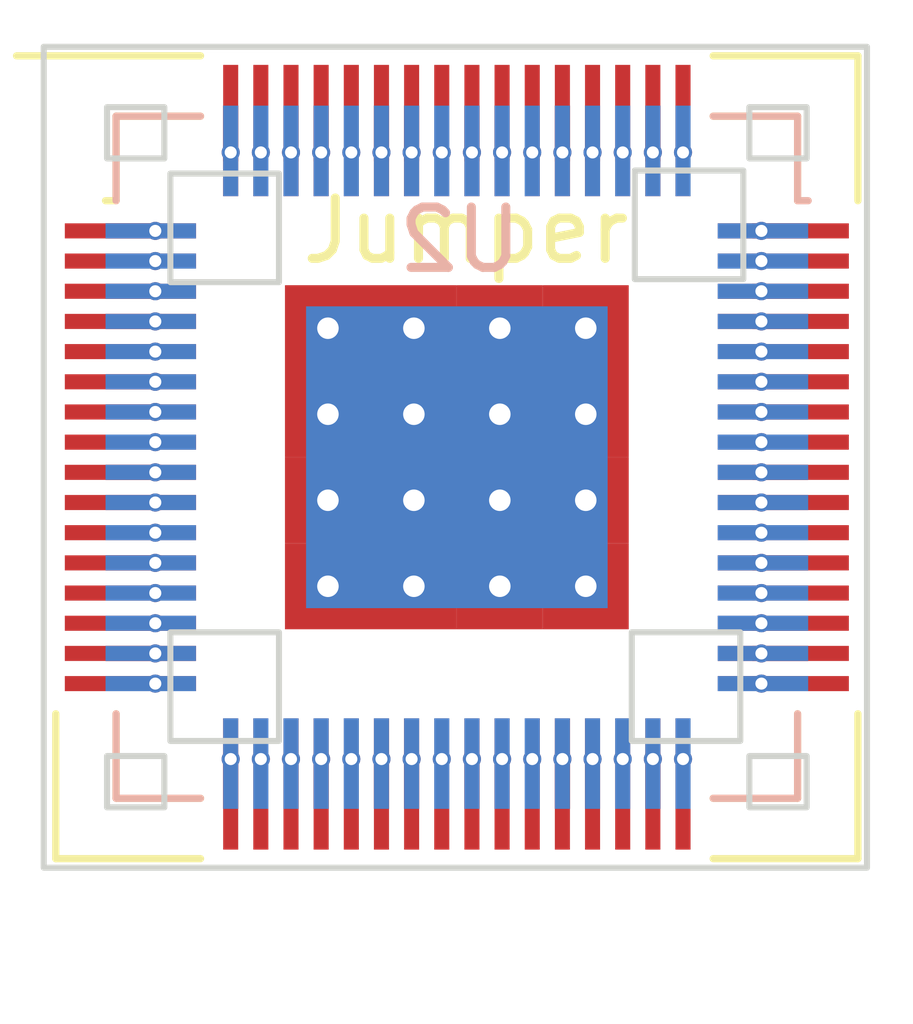
<source format=kicad_pcb>
(kicad_pcb (version 20221018) (generator pcbnew)
  (layers (0 "F.Cu" signal) (31 "B.Cu" signal) (34 "B.Paste" user) (35 "F.Paste" user) (36 "B.SilkS" user "B.Silkscreen") (37 "F.SilkS" user "F.Silkscreen") (38 "B.Mask" user) (39 "F.Mask" user) (44 "Edge.Cuts" user))
  (net 0 "")
  (footprint "clipboard:aa3185ee-0e55-4aa7-a417-5020a1ff9ee8" (layer "F.Cu") (at 149.5 86.1)
    (fp_text reference "" (at 0 0) (layer "F.SilkS") (effects (font (size 1.27 1.27))))
    (fp_text value "" (at 0 0) (layer "F.SilkS") (effects (font (size 1.27 1.27))))
    (fp_line (start -11.75 -11.75) (end -11.75 -10.35) (stroke (width 0.12)) (layer "F.SilkS"))
    (fp_line (start -11.75 -10.35) (end -11.925 -10.35) (stroke (width 0.12)) (layer "F.SilkS"))
    (fp_line (start -11.75 -0.45) (end -11.75 -1.85) (stroke (width 0.12)) (layer "F.SilkS"))
    (fp_line (start -10.35 -11.75) (end -11.75 -11.75) (stroke (width 0.12)) (layer "F.SilkS"))
    (fp_line (start -10.35 -0.45) (end -11.75 -0.45) (stroke (width 0.12)) (layer "F.SilkS"))
    (fp_line (start -1.85 -11.75) (end -0.45 -11.75) (stroke (width 0.12)) (layer "F.SilkS"))
    (fp_line (start -1.85 -0.45) (end -0.45 -0.45) (stroke (width 0.12)) (layer "F.SilkS"))
    (fp_line (start -0.45 -11.75) (end -0.45 -10.35) (stroke (width 0.12)) (layer "F.SilkS"))
    (fp_line (start -0.45 -0.45) (end -0.45 -1.85) (stroke (width 0.12)) (layer "F.SilkS"))
    (pad "1" smd rect (at -11.175 -9.85 90) (size 0.25 1.5) (layers "F.Cu" "F.Paste" "F.Mask"))
    (pad "2" smd rect (at -11.175 -9.35 90) (size 0.25 1.5) (layers "F.Cu" "F.Paste" "F.Mask"))
    (pad "3" smd rect (at -11.175 -8.85 90) (size 0.25 1.5) (layers "F.Cu" "F.Paste" "F.Mask"))
    (pad "4" smd rect (at -11.175 -8.35 90) (size 0.25 1.5) (layers "F.Cu" "F.Paste" "F.Mask"))
    (pad "5" smd rect (at -11.175 -7.85 90) (size 0.25 1.5) (layers "F.Cu" "F.Paste" "F.Mask"))
    (pad "6" smd rect (at -11.175 -7.35 90) (size 0.25 1.5) (layers "F.Cu" "F.Paste" "F.Mask"))
    (pad "7" smd rect (at -11.175 -6.85 90) (size 0.25 1.5) (layers "F.Cu" "F.Paste" "F.Mask"))
    (pad "8" smd rect (at -11.175 -6.35 90) (size 0.25 1.5) (layers "F.Cu" "F.Paste" "F.Mask"))
    (pad "9" smd rect (at -11.175 -5.85 90) (size 0.25 1.5) (layers "F.Cu" "F.Paste" "F.Mask"))
    (pad "10" smd rect (at -11.175 -5.35 90) (size 0.25 1.5) (layers "F.Cu" "F.Paste" "F.Mask"))
    (pad "11" smd rect (at -11.175 -4.85 90) (size 0.25 1.5) (layers "F.Cu" "F.Paste" "F.Mask"))
    (pad "12" smd rect (at -11.175 -4.35 90) (size 0.25 1.5) (layers "F.Cu" "F.Paste" "F.Mask"))
    (pad "13" smd rect (at -11.175 -3.85 90) (size 0.25 1.5) (layers "F.Cu" "F.Paste" "F.Mask"))
    (pad "14" smd rect (at -11.175 -3.35 90) (size 0.25 1.5) (layers "F.Cu" "F.Paste" "F.Mask"))
    (pad "15" smd rect (at -11.175 -2.85 90) (size 0.25 1.5) (layers "F.Cu" "F.Paste" "F.Mask"))
    (pad "16" smd rect (at -11.175 -2.35 90) (size 0.25 1.5) (layers "F.Cu" "F.Paste" "F.Mask"))
    (pad "17" smd rect (at -9.85 -1.025) (size 0.25 1.5) (layers "F.Cu" "F.Paste" "F.Mask"))
    (pad "18" smd rect (at -9.35 -1.025) (size 0.25 1.5) (layers "F.Cu" "F.Paste" "F.Mask"))
    (pad "19" smd rect (at -8.85 -1.025) (size 0.25 1.5) (layers "F.Cu" "F.Paste" "F.Mask"))
    (pad "20" smd rect (at -8.35 -1.025) (size 0.25 1.5) (layers "F.Cu" "F.Paste" "F.Mask"))
    (pad "21" smd rect (at -7.85 -1.025) (size 0.25 1.5) (layers "F.Cu" "F.Paste" "F.Mask"))
    (pad "22" smd rect (at -7.35 -1.025) (size 0.25 1.5) (layers "F.Cu" "F.Paste" "F.Mask"))
    (pad "23" smd rect (at -6.85 -1.025) (size 0.25 1.5) (layers "F.Cu" "F.Paste" "F.Mask"))
    (pad "24" smd rect (at -6.35 -1.025) (size 0.25 1.5) (layers "F.Cu" "F.Paste" "F.Mask"))
    (pad "25" smd rect (at -5.85 -1.025) (size 0.25 1.5) (layers "F.Cu" "F.Paste" "F.Mask"))
    (pad "26" smd rect (at -5.35 -1.025) (size 0.25 1.5) (layers "F.Cu" "F.Paste" "F.Mask"))
    (pad "27" smd rect (at -4.85 -1.025) (size 0.25 1.5) (layers "F.Cu" "F.Paste" "F.Mask"))
    (pad "28" smd rect (at -4.35 -1.025) (size 0.25 1.5) (layers "F.Cu" "F.Paste" "F.Mask"))
    (pad "29" smd rect (at -3.85 -1.025) (size 0.25 1.5) (layers "F.Cu" "F.Paste" "F.Mask"))
    (pad "30" smd rect (at -3.35 -1.025) (size 0.25 1.5) (layers "F.Cu" "F.Paste" "F.Mask"))
    (pad "31" smd rect (at -2.85 -1.025) (size 0.25 1.5) (layers "F.Cu" "F.Paste" "F.Mask"))
    (pad "32" smd rect (at -2.35 -1.025) (size 0.25 1.5) (layers "F.Cu" "F.Paste" "F.Mask"))
    (pad "33" smd rect (at -1.025 -2.35 90) (size 0.25 1.5) (layers "F.Cu" "F.Paste" "F.Mask"))
    (pad "34" smd rect (at -1.025 -2.85 90) (size 0.25 1.5) (layers "F.Cu" "F.Paste" "F.Mask"))
    (pad "35" smd rect (at -1.025 -3.35 90) (size 0.25 1.5) (layers "F.Cu" "F.Paste" "F.Mask"))
    (pad "36" smd rect (at -1.025 -3.85 90) (size 0.25 1.5) (layers "F.Cu" "F.Paste" "F.Mask"))
    (pad "37" smd rect (at -1.025 -4.35 90) (size 0.25 1.5) (layers "F.Cu" "F.Paste" "F.Mask"))
    (pad "38" smd rect (at -1.025 -4.85 90) (size 0.25 1.5) (layers "F.Cu" "F.Paste" "F.Mask"))
    (pad "39" smd rect (at -1.025 -5.35 90) (size 0.25 1.5) (layers "F.Cu" "F.Paste" "F.Mask"))
    (pad "40" smd rect (at -1.025 -5.85 90) (size 0.25 1.5) (layers "F.Cu" "F.Paste" "F.Mask"))
    (pad "41" smd rect (at -1.025 -6.35 90) (size 0.25 1.5) (layers "F.Cu" "F.Paste" "F.Mask"))
    (pad "42" smd rect (at -1.025 -6.85 90) (size 0.25 1.5) (layers "F.Cu" "F.Paste" "F.Mask"))
    (pad "43" smd rect (at -1.025 -7.35 90) (size 0.25 1.5) (layers "F.Cu" "F.Paste" "F.Mask"))
    (pad "44" smd rect (at -1.025 -7.85 90) (size 0.25 1.5) (layers "F.Cu" "F.Paste" "F.Mask"))
    (pad "45" smd rect (at -1.025 -8.35 90) (size 0.25 1.5) (layers "F.Cu" "F.Paste" "F.Mask"))
    (pad "46" smd rect (at -1.025 -8.85 90) (size 0.25 1.5) (layers "F.Cu" "F.Paste" "F.Mask"))
    (pad "47" smd rect (at -1.025 -9.35 90) (size 0.25 1.5) (layers "F.Cu" "F.Paste" "F.Mask"))
    (pad "48" smd rect (at -1.025 -9.85 90) (size 0.25 1.5) (layers "F.Cu" "F.Paste" "F.Mask"))
    (pad "49" smd rect (at -2.35 -11.175) (size 0.25 1.5) (layers "F.Cu" "F.Paste" "F.Mask"))
    (pad "50" smd rect (at -2.85 -11.175) (size 0.25 1.5) (layers "F.Cu" "F.Paste" "F.Mask"))
    (pad "51" smd rect (at -3.35 -11.175) (size 0.25 1.5) (layers "F.Cu" "F.Paste" "F.Mask"))
    (pad "52" smd rect (at -3.85 -11.175) (size 0.25 1.5) (layers "F.Cu" "F.Paste" "F.Mask"))
    (pad "53" smd rect (at -4.35 -11.175) (size 0.25 1.5) (layers "F.Cu" "F.Paste" "F.Mask"))
    (pad "54" smd rect (at -4.85 -11.175) (size 0.25 1.5) (layers "F.Cu" "F.Paste" "F.Mask"))
    (pad "55" smd rect (at -5.35 -11.175) (size 0.25 1.5) (layers "F.Cu" "F.Paste" "F.Mask"))
    (pad "56" smd rect (at -5.85 -11.175) (size 0.25 1.5) (layers "F.Cu" "F.Paste" "F.Mask"))
    (pad "57" smd rect (at -6.35 -11.175) (size 0.25 1.5) (layers "F.Cu" "F.Paste" "F.Mask"))
    (pad "58" smd rect (at -6.85 -11.175) (size 0.25 1.5) (layers "F.Cu" "F.Paste" "F.Mask"))
    (pad "59" smd rect (at -7.35 -11.175) (size 0.25 1.5) (layers "F.Cu" "F.Paste" "F.Mask"))
    (pad "60" smd rect (at -7.85 -11.175) (size 0.25 1.5) (layers "F.Cu" "F.Paste" "F.Mask"))
    (pad "61" smd rect (at -8.35 -11.175) (size 0.25 1.5) (layers "F.Cu" "F.Paste" "F.Mask"))
    (pad "62" smd rect (at -8.85 -11.175) (size 0.25 1.5) (layers "F.Cu" "F.Paste" "F.Mask"))
    (pad "63" smd rect (at -9.35 -11.175) (size 0.25 1.5) (layers "F.Cu" "F.Paste" "F.Mask"))
    (pad "64" smd rect (at -9.85 -11.175) (size 0.25 1.5) (layers "F.Cu" "F.Paste" "F.Mask"))
    (pad "65" smd rect (at -6.1 -6.1) (size 5 5) (layers "F.Cu" "F.Paste" "F.Mask"))
  )
  (footprint "AERO_Footprints:LTC6812" (layer "F.Cu") (at 143.4 80)
    (fp_text reference "Jumper" (at 0.15 -3.75) (layer "F.SilkS"))
    (fp_text value "LTC6812")
    (fp_line (start -6.65 6.65) (end -6.65 4.25) (stroke (width 0.12)) (layer "F.SilkS"))
    (fp_line (start -4.25 -6.65) (end -7.3 -6.65) (stroke (width 0.12)) (layer "F.SilkS"))
    (fp_line (start -4.25 6.65) (end -6.65 6.65) (stroke (width 0.12)) (layer "F.SilkS"))
    (fp_line (start 4.25 -6.65) (end 6.65 -6.65) (stroke (width 0.12)) (layer "F.SilkS"))
    (fp_line (start 4.25 6.65) (end 6.65 6.65) (stroke (width 0.12)) (layer "F.SilkS"))
    (fp_line (start 6.65 -6.65) (end 6.65 -4.25) (stroke (width 0.12)) (layer "F.SilkS"))
    (fp_line (start 6.65 6.65) (end 6.65 4.25) (stroke (width 0.12)) (layer "F.SilkS"))
    (pad "1" smd rect (at -5.7 -3.75 90) (size 0.25 1.6) (layers "F.Cu" "F.Paste" "F.Mask"))
    (pad "2" smd rect (at -5.7 -3.25 90) (size 0.25 1.6) (layers "F.Cu" "F.Paste" "F.Mask"))
    (pad "3" smd rect (at -5.7 -2.75 90) (size 0.25 1.6) (layers "F.Cu" "F.Paste" "F.Mask"))
    (pad "4" smd rect (at -5.7 -2.25 90) (size 0.25 1.6) (layers "F.Cu" "F.Paste" "F.Mask"))
    (pad "5" smd rect (at -5.7 -1.75 90) (size 0.25 1.6) (layers "F.Cu" "F.Paste" "F.Mask"))
    (pad "6" smd rect (at -5.7 -1.25 90) (size 0.25 1.6) (layers "F.Cu" "F.Paste" "F.Mask"))
    (pad "7" smd rect (at -5.7 -0.75 90) (size 0.25 1.6) (layers "F.Cu" "F.Paste" "F.Mask"))
    (pad "8" smd rect (at -5.7 -0.25 90) (size 0.25 1.6) (layers "F.Cu" "F.Paste" "F.Mask"))
    (pad "9" smd rect (at -5.7 0.25 90) (size 0.25 1.6) (layers "F.Cu" "F.Paste" "F.Mask"))
    (pad "10" smd rect (at -5.7 0.75 90) (size 0.25 1.6) (layers "F.Cu" "F.Paste" "F.Mask"))
    (pad "11" smd rect (at -5.7 1.25 90) (size 0.25 1.6) (layers "F.Cu" "F.Paste" "F.Mask"))
    (pad "12" smd rect (at -5.7 1.75 90) (size 0.25 1.6) (layers "F.Cu" "F.Paste" "F.Mask"))
    (pad "13" smd rect (at -5.7 2.25 90) (size 0.25 1.6) (layers "F.Cu" "F.Paste" "F.Mask"))
    (pad "14" smd rect (at -5.7 2.75 90) (size 0.25 1.6) (layers "F.Cu" "F.Paste" "F.Mask"))
    (pad "15" smd rect (at -5.7 3.25 90) (size 0.25 1.6) (layers "F.Cu" "F.Paste" "F.Mask"))
    (pad "16" smd rect (at -5.7 3.75 90) (size 0.25 1.6) (layers "F.Cu" "F.Paste" "F.Mask"))
    (pad "17" smd rect (at -3.75 5.7) (size 0.25 1.6) (layers "F.Cu" "F.Paste" "F.Mask"))
    (pad "18" smd rect (at -3.25 5.7) (size 0.25 1.6) (layers "F.Cu" "F.Paste" "F.Mask"))
    (pad "19" smd rect (at -2.75 5.7) (size 0.25 1.6) (layers "F.Cu" "F.Paste" "F.Mask"))
    (pad "20" smd rect (at -2.25 5.7) (size 0.25 1.6) (layers "F.Cu" "F.Paste" "F.Mask"))
    (pad "21" smd rect (at -1.75 5.7) (size 0.25 1.6) (layers "F.Cu" "F.Paste" "F.Mask"))
    (pad "22" smd rect (at -1.25 5.7) (size 0.25 1.6) (layers "F.Cu" "F.Paste" "F.Mask"))
    (pad "23" smd rect (at -0.75 5.7) (size 0.25 1.6) (layers "F.Cu" "F.Paste" "F.Mask"))
    (pad "24" smd rect (at -0.25 5.7) (size 0.25 1.6) (layers "F.Cu" "F.Paste" "F.Mask"))
    (pad "25" smd rect (at 0.25 5.7) (size 0.25 1.6) (layers "F.Cu" "F.Paste" "F.Mask"))
    (pad "26" smd rect (at 0.75 5.7) (size 0.25 1.6) (layers "F.Cu" "F.Paste" "F.Mask"))
    (pad "27" smd rect (at 1.25 5.7) (size 0.25 1.6) (layers "F.Cu" "F.Paste" "F.Mask"))
    (pad "28" smd rect (at 1.75 5.7) (size 0.25 1.6) (layers "F.Cu" "F.Paste" "F.Mask"))
    (pad "29" smd rect (at 2.25 5.7) (size 0.25 1.6) (layers "F.Cu" "F.Paste" "F.Mask"))
    (pad "30" smd rect (at 2.75 5.7) (size 0.25 1.6) (layers "F.Cu" "F.Paste" "F.Mask"))
    (pad "31" smd rect (at 3.25 5.7) (size 0.25 1.6) (layers "F.Cu" "F.Paste" "F.Mask"))
    (pad "32" smd rect (at 3.75 5.7) (size 0.25 1.6) (layers "F.Cu" "F.Paste" "F.Mask"))
    (pad "33" smd rect (at 5.7 3.75 90) (size 0.25 1.6) (layers "F.Cu" "F.Paste" "F.Mask"))
    (pad "34" smd rect (at 5.7 3.25 90) (size 0.25 1.6) (layers "F.Cu" "F.Paste" "F.Mask"))
    (pad "35" smd rect (at 5.7 2.75 90) (size 0.25 1.6) (layers "F.Cu" "F.Paste" "F.Mask"))
    (pad "36" smd rect (at 5.7 2.25 90) (size 0.25 1.6) (layers "F.Cu" "F.Paste" "F.Mask"))
    (pad "37" smd rect (at 5.7 1.75 90) (size 0.25 1.6) (layers "F.Cu" "F.Paste" "F.Mask"))
    (pad "38" smd rect (at 5.7 1.25 90) (size 0.25 1.6) (layers "F.Cu" "F.Paste" "F.Mask"))
    (pad "39" smd rect (at 5.7 0.75 90) (size 0.25 1.6) (layers "F.Cu" "F.Paste" "F.Mask"))
    (pad "40" smd rect (at 5.7 0.25 90) (size 0.25 1.6) (layers "F.Cu" "F.Paste" "F.Mask"))
    (pad "41" smd rect (at 5.7 -0.25 90) (size 0.25 1.6) (layers "F.Cu" "F.Paste" "F.Mask"))
    (pad "42" smd rect (at 5.7 -0.75 90) (size 0.25 1.6) (layers "F.Cu" "F.Paste" "F.Mask"))
    (pad "43" smd rect (at 5.7 -1.25 90) (size 0.25 1.6) (layers "F.Cu" "F.Paste" "F.Mask"))
    (pad "44" smd rect (at 5.7 -1.75 90) (size 0.25 1.6) (layers "F.Cu" "F.Paste" "F.Mask"))
    (pad "45" smd rect (at 5.7 -2.25 90) (size 0.25 1.6) (layers "F.Cu" "F.Paste" "F.Mask"))
    (pad "46" smd rect (at 5.7 -2.75 90) (size 0.25 1.6) (layers "F.Cu" "F.Paste" "F.Mask"))
    (pad "47" smd rect (at 5.7 -3.25 90) (size 0.25 1.6) (layers "F.Cu" "F.Paste" "F.Mask"))
    (pad "48" smd rect (at 5.7 -3.75 90) (size 0.25 1.6) (layers "F.Cu" "F.Paste" "F.Mask"))
    (pad "49" smd rect (at 3.75 -5.7) (size 0.25 1.6) (layers "F.Cu" "F.Paste" "F.Mask"))
    (pad "50" smd rect (at 3.25 -5.7) (size 0.25 1.6) (layers "F.Cu" "F.Paste" "F.Mask"))
    (pad "51" smd rect (at 2.75 -5.7) (size 0.25 1.6) (layers "F.Cu" "F.Paste" "F.Mask"))
    (pad "52" smd rect (at 2.25 -5.7) (size 0.25 1.6) (layers "F.Cu" "F.Paste" "F.Mask"))
    (pad "53" smd rect (at 1.75 -5.7) (size 0.25 1.6) (layers "F.Cu" "F.Paste" "F.Mask"))
    (pad "54" smd rect (at 1.25 -5.7) (size 0.25 1.6) (layers "F.Cu" "F.Paste" "F.Mask"))
    (pad "55" smd rect (at 0.75 -5.7) (size 0.25 1.6) (layers "F.Cu" "F.Paste" "F.Mask"))
    (pad "56" smd rect (at 0.25 -5.7) (size 0.25 1.6) (layers "F.Cu" "F.Paste" "F.Mask"))
    (pad "57" smd rect (at -0.25 -5.7) (size 0.25 1.6) (layers "F.Cu" "F.Paste" "F.Mask"))
    (pad "58" smd rect (at -0.75 -5.7) (size 0.25 1.6) (layers "F.Cu" "F.Paste" "F.Mask"))
    (pad "59" smd rect (at -1.25 -5.7) (size 0.25 1.6) (layers "F.Cu" "F.Paste" "F.Mask"))
    (pad "60" smd rect (at -1.75 -5.7) (size 0.25 1.6) (layers "F.Cu" "F.Paste" "F.Mask"))
    (pad "61" smd rect (at -2.25 -5.7) (size 0.25 1.6) (layers "F.Cu" "F.Paste" "F.Mask"))
    (pad "62" smd rect (at -2.75 -5.7) (size 0.25 1.6) (layers "F.Cu" "F.Paste" "F.Mask"))
    (pad "63" smd rect (at -3.25 -5.7) (size 0.25 1.6) (layers "F.Cu" "F.Paste" "F.Mask"))
    (pad "64" smd rect (at -3.75 -5.7) (size 0.25 1.6) (layers "F.Cu" "F.Paste" "F.Mask"))
    (pad "65" thru_hole circle (at -2.1375 -2.1375) (size 0.7125 0.7125) (drill 0.35625) (layers "*.Cu" "*.Mask"))
    (pad "65" smd rect (at -2.1375 -2.1375) (size 1.425 1.425) (layers "F.Cu" "F.Paste" "F.Mask"))
    (pad "65" thru_hole circle (at -2.1375 -0.7125) (size 0.7125 0.7125) (drill 0.35625) (layers "*.Cu" "*.Mask"))
    (pad "65" smd rect (at -2.1375 -0.7125) (size 1.425 1.425) (layers "F.Cu" "F.Paste" "F.Mask"))
    (pad "65" thru_hole circle (at -2.1375 0.7125) (size 0.7125 0.7125) (drill 0.35625) (layers "*.Cu" "*.Mask"))
    (pad "65" smd rect (at -2.1375 0.7125) (size 1.425 1.425) (layers "F.Cu" "F.Paste" "F.Mask"))
    (pad "65" thru_hole circle (at -2.1375 2.1375) (size 0.7125 0.7125) (drill 0.35625) (layers "*.Cu" "*.Mask"))
    (pad "65" smd rect (at -2.1375 2.1375) (size 1.425 1.425) (layers "F.Cu" "F.Paste" "F.Mask"))
    (pad "65" thru_hole circle (at -0.7125 -2.1375) (size 0.7125 0.7125) (drill 0.35625) (layers "*.Cu" "*.Mask"))
    (pad "65" smd rect (at -0.7125 -2.1375) (size 1.425 1.425) (layers "F.Cu" "F.Paste" "F.Mask"))
    (pad "65" thru_hole circle (at -0.7125 -0.7125) (size 0.7125 0.7125) (drill 0.35625) (layers "*.Cu" "*.Mask"))
    (pad "65" smd rect (at -0.7125 -0.7125) (size 1.425 1.425) (layers "F.Cu" "F.Paste" "F.Mask"))
    (pad "65" thru_hole circle (at -0.7125 0.7125) (size 0.7125 0.7125) (drill 0.35625) (layers "*.Cu" "*.Mask"))
    (pad "65" smd rect (at -0.7125 0.7125) (size 1.425 1.425) (layers "F.Cu" "F.Paste" "F.Mask"))
    (pad "65" thru_hole circle (at -0.7125 2.1375) (size 0.7125 0.7125) (drill 0.35625) (layers "*.Cu" "*.Mask"))
    (pad "65" smd rect (at -0.7125 2.1375) (size 1.425 1.425) (layers "F.Cu" "F.Paste" "F.Mask"))
    (pad "65" thru_hole circle (at 0.7125 -2.1375) (size 0.7125 0.7125) (drill 0.35625) (layers "*.Cu" "*.Mask"))
    (pad "65" smd rect (at 0.7125 -2.1375) (size 1.425 1.425) (layers "F.Cu" "F.Paste" "F.Mask"))
    (pad "65" thru_hole circle (at 0.7125 -0.7125) (size 0.7125 0.7125) (drill 0.35625) (layers "*.Cu" "*.Mask"))
    (pad "65" smd rect (at 0.7125 -0.7125) (size 1.425 1.425) (layers "F.Cu" "F.Paste" "F.Mask"))
    (pad "65" thru_hole circle (at 0.7125 0.7125) (size 0.7125 0.7125) (drill 0.35625) (layers "*.Cu" "*.Mask"))
    (pad "65" smd rect (at 0.7125 0.7125) (size 1.425 1.425) (layers "F.Cu" "F.Paste" "F.Mask"))
    (pad "65" thru_hole circle (at 0.7125 2.1375) (size 0.7125 0.7125) (drill 0.35625) (layers "*.Cu" "*.Mask"))
    (pad "65" smd rect (at 0.7125 2.1375) (size 1.425 1.425) (layers "F.Cu" "F.Paste" "F.Mask"))
    (pad "65" thru_hole circle (at 2.1375 -2.1375) (size 0.7125 0.7125) (drill 0.35625) (layers "*.Cu" "*.Mask"))
    (pad "65" smd rect (at 2.1375 -2.1375) (size 1.425 1.425) (layers "F.Cu" "F.Paste" "F.Mask"))
    (pad "65" thru_hole circle (at 2.1375 -0.7125) (size 0.7125 0.7125) (drill 0.35625) (layers "*.Cu" "*.Mask"))
    (pad "65" smd rect (at 2.1375 -0.7125) (size 1.425 1.425) (layers "F.Cu" "F.Paste" "F.Mask"))
    (pad "65" thru_hole circle (at 2.1375 0.7125) (size 0.7125 0.7125) (drill 0.35625) (layers "*.Cu" "*.Mask"))
    (pad "65" smd rect (at 2.1375 0.7125) (size 1.425 1.425) (layers "F.Cu" "F.Paste" "F.Mask"))
    (pad "65" thru_hole circle (at 2.1375 2.1375) (size 0.7125 0.7125) (drill 0.35625) (layers "*.Cu" "*.Mask"))
    (pad "65" smd rect (at 2.1375 2.1375) (size 1.425 1.425) (layers "F.Cu" "F.Paste" "F.Mask"))
  )
  (footprint "AERO_Footprints:QFP-64_11x11_Pitch0.5mm" (layer "B.Cu") (at 143.4 80 180)
    (fp_text reference "U2" (at -0.05 3.6) (layer "B.SilkS") (effects (justify mirror)))
    (fp_text value "LTC6812-1")
    (fp_line (start -5.65 -5.65) (end -5.65 -4.25) (stroke (width 0.12)) (layer "B.SilkS"))
    (fp_line (start -5.65 4.25) (end -5.825 4.25) (stroke (width 0.12)) (layer "B.SilkS"))
    (fp_line (start -5.65 5.65) (end -5.65 4.25) (stroke (width 0.12)) (layer "B.SilkS"))
    (fp_line (start -4.25 -5.65) (end -5.65 -5.65) (stroke (width 0.12)) (layer "B.SilkS"))
    (fp_line (start -4.25 5.65) (end -5.65 5.65) (stroke (width 0.12)) (layer "B.SilkS"))
    (fp_line (start 4.25 -5.65) (end 5.65 -5.65) (stroke (width 0.12)) (layer "B.SilkS"))
    (fp_line (start 4.25 5.65) (end 5.65 5.65) (stroke (width 0.12)) (layer "B.SilkS"))
    (fp_line (start 5.65 -5.65) (end 5.65 -4.25) (stroke (width 0.12)) (layer "B.SilkS"))
    (fp_line (start 5.65 5.65) (end 5.65 4.25) (stroke (width 0.12)) (layer "B.SilkS"))
    (pad "1" smd rect (at -5.075 3.75 90) (size 0.25 1.5) (layers "B.Cu" "B.Paste" "B.Mask"))
    (pad "2" smd rect (at -5.075 3.25 90) (size 0.25 1.5) (layers "B.Cu" "B.Paste" "B.Mask"))
    (pad "3" smd rect (at -5.075 2.75 90) (size 0.25 1.5) (layers "B.Cu" "B.Paste" "B.Mask"))
    (pad "4" smd rect (at -5.075 2.25 90) (size 0.25 1.5) (layers "B.Cu" "B.Paste" "B.Mask"))
    (pad "5" smd rect (at -5.075 1.75 90) (size 0.25 1.5) (layers "B.Cu" "B.Paste" "B.Mask"))
    (pad "6" smd rect (at -5.075 1.25 90) (size 0.25 1.5) (layers "B.Cu" "B.Paste" "B.Mask"))
    (pad "7" smd rect (at -5.075 0.75 90) (size 0.25 1.5) (layers "B.Cu" "B.Paste" "B.Mask"))
    (pad "8" smd rect (at -5.075 0.25 90) (size 0.25 1.5) (layers "B.Cu" "B.Paste" "B.Mask"))
    (pad "9" smd rect (at -5.075 -0.25 90) (size 0.25 1.5) (layers "B.Cu" "B.Paste" "B.Mask"))
    (pad "10" smd rect (at -5.075 -0.75 90) (size 0.25 1.5) (layers "B.Cu" "B.Paste" "B.Mask"))
    (pad "11" smd rect (at -5.075 -1.25 90) (size 0.25 1.5) (layers "B.Cu" "B.Paste" "B.Mask"))
    (pad "12" smd rect (at -5.075 -1.75 90) (size 0.25 1.5) (layers "B.Cu" "B.Paste" "B.Mask"))
    (pad "13" smd rect (at -5.075 -2.25 90) (size 0.25 1.5) (layers "B.Cu" "B.Paste" "B.Mask"))
    (pad "14" smd rect (at -5.075 -2.75 90) (size 0.25 1.5) (layers "B.Cu" "B.Paste" "B.Mask"))
    (pad "15" smd rect (at -5.075 -3.25 90) (size 0.25 1.5) (layers "B.Cu" "B.Paste" "B.Mask"))
    (pad "16" smd rect (at -5.075 -3.75 90) (size 0.25 1.5) (layers "B.Cu" "B.Paste" "B.Mask"))
    (pad "17" smd rect (at -3.75 -5.075 180) (size 0.25 1.5) (layers "B.Cu" "B.Paste" "B.Mask"))
    (pad "18" smd rect (at -3.25 -5.075 180) (size 0.25 1.5) (layers "B.Cu" "B.Paste" "B.Mask"))
    (pad "19" smd rect (at -2.75 -5.075 180) (size 0.25 1.5) (layers "B.Cu" "B.Paste" "B.Mask"))
    (pad "20" smd rect (at -2.25 -5.075 180) (size 0.25 1.5) (layers "B.Cu" "B.Paste" "B.Mask"))
    (pad "21" smd rect (at -1.75 -5.075 180) (size 0.25 1.5) (layers "B.Cu" "B.Paste" "B.Mask"))
    (pad "22" smd rect (at -1.25 -5.075 180) (size 0.25 1.5) (layers "B.Cu" "B.Paste" "B.Mask"))
    (pad "23" smd rect (at -0.75 -5.075 180) (size 0.25 1.5) (layers "B.Cu" "B.Paste" "B.Mask"))
    (pad "24" smd rect (at -0.25 -5.075 180) (size 0.25 1.5) (layers "B.Cu" "B.Paste" "B.Mask"))
    (pad "25" smd rect (at 0.25 -5.075 180) (size 0.25 1.5) (layers "B.Cu" "B.Paste" "B.Mask"))
    (pad "26" smd rect (at 0.75 -5.075 180) (size 0.25 1.5) (layers "B.Cu" "B.Paste" "B.Mask"))
    (pad "27" smd rect (at 1.25 -5.075 180) (size 0.25 1.5) (layers "B.Cu" "B.Paste" "B.Mask"))
    (pad "28" smd rect (at 1.75 -5.075 180) (size 0.25 1.5) (layers "B.Cu" "B.Paste" "B.Mask"))
    (pad "29" smd rect (at 2.25 -5.075 180) (size 0.25 1.5) (layers "B.Cu" "B.Paste" "B.Mask"))
    (pad "30" smd rect (at 2.75 -5.075 180) (size 0.25 1.5) (layers "B.Cu" "B.Paste" "B.Mask"))
    (pad "31" smd rect (at 3.25 -5.075 180) (size 0.25 1.5) (layers "B.Cu" "B.Paste" "B.Mask"))
    (pad "32" smd rect (at 3.75 -5.075 180) (size 0.25 1.5) (layers "B.Cu" "B.Paste" "B.Mask"))
    (pad "33" smd rect (at 5.075 -3.75 90) (size 0.25 1.5) (layers "B.Cu" "B.Paste" "B.Mask"))
    (pad "34" smd rect (at 5.075 -3.25 90) (size 0.25 1.5) (layers "B.Cu" "B.Paste" "B.Mask"))
    (pad "35" smd rect (at 5.075 -2.75 90) (size 0.25 1.5) (layers "B.Cu" "B.Paste" "B.Mask"))
    (pad "36" smd rect (at 5.075 -2.25 90) (size 0.25 1.5) (layers "B.Cu" "B.Paste" "B.Mask"))
    (pad "37" smd rect (at 5.075 -1.75 90) (size 0.25 1.5) (layers "B.Cu" "B.Paste" "B.Mask"))
    (pad "38" smd rect (at 5.075 -1.25 90) (size 0.25 1.5) (layers "B.Cu" "B.Paste" "B.Mask"))
    (pad "39" smd rect (at 5.075 -0.75 90) (size 0.25 1.5) (layers "B.Cu" "B.Paste" "B.Mask"))
    (pad "40" smd rect (at 5.075 -0.25 90) (size 0.25 1.5) (layers "B.Cu" "B.Paste" "B.Mask"))
    (pad "41" smd rect (at 5.075 0.25 90) (size 0.25 1.5) (layers "B.Cu" "B.Paste" "B.Mask"))
    (pad "42" smd rect (at 5.075 0.75 90) (size 0.25 1.5) (layers "B.Cu" "B.Paste" "B.Mask"))
    (pad "43" smd rect (at 5.075 1.25 90) (size 0.25 1.5) (layers "B.Cu" "B.Paste" "B.Mask"))
    (pad "44" smd rect (at 5.075 1.75 90) (size 0.25 1.5) (layers "B.Cu" "B.Paste" "B.Mask"))
    (pad "45" smd rect (at 5.075 2.25 90) (size 0.25 1.5) (layers "B.Cu" "B.Paste" "B.Mask"))
    (pad "46" smd rect (at 5.075 2.75 90) (size 0.25 1.5) (layers "B.Cu" "B.Paste" "B.Mask"))
    (pad "47" smd rect (at 5.075 3.25 90) (size 0.25 1.5) (layers "B.Cu" "B.Paste" "B.Mask"))
    (pad "48" smd rect (at 5.075 3.75 90) (size 0.25 1.5) (layers "B.Cu" "B.Paste" "B.Mask"))
    (pad "49" smd rect (at 3.75 5.075 180) (size 0.25 1.5) (layers "B.Cu" "B.Paste" "B.Mask"))
    (pad "50" smd rect (at 3.25 5.075 180) (size 0.25 1.5) (layers "B.Cu" "B.Paste" "B.Mask"))
    (pad "51" smd rect (at 2.75 5.075 180) (size 0.25 1.5) (layers "B.Cu" "B.Paste" "B.Mask"))
    (pad "52" smd rect (at 2.25 5.075 180) (size 0.25 1.5) (layers "B.Cu" "B.Paste" "B.Mask"))
    (pad "53" smd rect (at 1.75 5.075 180) (size 0.25 1.5) (layers "B.Cu" "B.Paste" "B.Mask"))
    (pad "54" smd rect (at 1.25 5.075 180) (size 0.25 1.5) (layers "B.Cu" "B.Paste" "B.Mask"))
    (pad "55" smd rect (at 0.75 5.075 180) (size 0.25 1.5) (layers "B.Cu" "B.Paste" "B.Mask"))
    (pad "56" smd rect (at 0.25 5.075 180) (size 0.25 1.5) (layers "B.Cu" "B.Paste" "B.Mask"))
    (pad "57" smd rect (at -0.25 5.075 180) (size 0.25 1.5) (layers "B.Cu" "B.Paste" "B.Mask"))
    (pad "58" smd rect (at -0.75 5.075 180) (size 0.25 1.5) (layers "B.Cu" "B.Paste" "B.Mask"))
    (pad "59" smd rect (at -1.25 5.075 180) (size 0.25 1.5) (layers "B.Cu" "B.Paste" "B.Mask"))
    (pad "60" smd rect (at -1.75 5.075 180) (size 0.25 1.5) (layers "B.Cu" "B.Paste" "B.Mask"))
    (pad "61" smd rect (at -2.25 5.075 180) (size 0.25 1.5) (layers "B.Cu" "B.Paste" "B.Mask"))
    (pad "62" smd rect (at -2.75 5.075 180) (size 0.25 1.5) (layers "B.Cu" "B.Paste" "B.Mask"))
    (pad "63" smd rect (at -3.25 5.075 180) (size 0.25 1.5) (layers "B.Cu" "B.Paste" "B.Mask"))
    (pad "64" smd rect (at -3.75 5.075 180) (size 0.25 1.5) (layers "B.Cu" "B.Paste" "B.Mask"))
    (pad "65" smd rect (at 0 0 180) (size 5 5) (layers "B.Cu" "B.Paste" "B.Mask"))
  )
  (gr_rect (start 137.6 84.95) (end 138.55 85.8) (stroke (width 0.1)) (fill none) (layer "Edge.Cuts"))
  (gr_rect (start 136.55 73.2) (end 150.2 86.8) (stroke (width 0.1)) (fill none) (layer "Edge.Cuts"))
  (gr_rect (start 137.6 74.2) (end 138.55 75.05) (stroke (width 0.1)) (fill none) (layer "Edge.Cuts"))
  (gr_rect (start 148.25 84.95) (end 149.2 85.8) (stroke (width 0.1)) (fill none) (layer "Edge.Cuts"))
  (gr_rect (start 146.3 82.9) (end 148.1 84.7) (stroke (width 0.1)) (fill none) (layer "Edge.Cuts"))
  (gr_rect (start 138.65 75.3) (end 140.45 77.1) (stroke (width 0.1)) (fill none) (layer "Edge.Cuts"))
  (gr_rect (start 146.35 75.25) (end 148.15 77.05) (stroke (width 0.1)) (fill none) (layer "Edge.Cuts"))
  (gr_rect (start 148.25 74.2) (end 149.2 75.05) (stroke (width 0.1)) (fill none) (layer "Edge.Cuts"))
  (gr_rect (start 138.65 82.9) (end 140.45 84.7) (stroke (width 0.1)) (fill none) (layer "Edge.Cuts"))
  (via (at 141.15 85) (size 0.3) (drill 0.2) (layers "F.Cu" "B.Cu") (net 0))
  (via (at 138.4 77.25) (size 0.3) (drill 0.2) (layers "F.Cu" "B.Cu") (net 0))
  (via (at 138.4 82.25) (size 0.3) (drill 0.2) (layers "F.Cu" "B.Cu") (net 0))
  (via (at 144.65 74.95) (size 0.3) (drill 0.2) (layers "F.Cu" "B.Cu") (net 0))
  (via (at 140.149999 74.95) (size 0.3) (drill 0.2) (layers "F.Cu" "B.Cu") (net 0))
  (via (at 138.4 78.25) (size 0.3) (drill 0.2) (layers "F.Cu" "B.Cu") (net 0))
  (via (at 144.150001 74.95) (size 0.3) (drill 0.2) (layers "F.Cu" "B.Cu") (net 0))
  (via (at 148.45 83.25) (size 0.3) (drill 0.2) (layers "F.Cu" "B.Cu") (net 0))
  (via (at 139.65 85) (size 0.3) (drill 0.2) (layers "F.Cu" "B.Cu") (net 0))
  (via (at 142.15 85) (size 0.3) (drill 0.2) (layers "F.Cu" "B.Cu") (net 0))
  (via (at 145.15 85) (size 0.3) (drill 0.2) (layers "F.Cu" "B.Cu") (net 0))
  (via (at 138.4 81.75) (size 0.3) (drill 0.2) (layers "F.Cu" "B.Cu") (net 0))
  (via (at 138.4 78.75) (size 0.3) (drill 0.2) (layers "F.Cu" "B.Cu") (net 0))
  (via (at 138.4 76.75) (size 0.3) (drill 0.2) (layers "F.Cu" "B.Cu") (net 0))
  (via (at 140.65 85) (size 0.3) (drill 0.2) (layers "F.Cu" "B.Cu") (net 0))
  (via (at 146.15 85) (size 0.3) (drill 0.2) (layers "F.Cu" "B.Cu") (net 0))
  (via (at 138.4 80.25) (size 0.3) (drill 0.2) (layers "F.Cu" "B.Cu") (net 0))
  (via (at 142.15 74.95) (size 0.3) (drill 0.2) (layers "F.Cu" "B.Cu") (net 0))
  (via (at 143.15 74.95) (size 0.3) (drill 0.2) (layers "F.Cu" "B.Cu") (net 0))
  (via (at 146.649999 74.95) (size 0.3) (drill 0.2) (layers "F.Cu" "B.Cu") (net 0))
  (via (at 138.4 81.25) (size 0.3) (drill 0.2) (layers "F.Cu" "B.Cu") (net 0))
  (via (at 147.15 85) (size 0.3) (drill 0.2) (layers "F.Cu" "B.Cu") (net 0))
  (via (at 143.65 74.95) (size 0.3) (drill 0.2) (layers "F.Cu" "B.Cu") (net 0))
  (via (at 143.65 85) (size 0.3) (drill 0.2) (layers "F.Cu" "B.Cu") (net 0))
  (via (at 148.45 79.75) (size 0.3) (drill 0.2) (layers "F.Cu" "B.Cu") (net 0))
  (via (at 138.4 76.25) (size 0.3) (drill 0.2) (layers "F.Cu" "B.Cu") (net 0))
  (via (at 148.45 82.75) (size 0.3) (drill 0.2) (layers "F.Cu" "B.Cu") (net 0))
  (via (at 141.650001 85) (size 0.3) (drill 0.2) (layers "F.Cu" "B.Cu") (net 0))
  (via (at 148.45 78.75) (size 0.3) (drill 0.2) (layers "F.Cu" "B.Cu") (net 0))
  (via (at 145.65 85) (size 0.3) (drill 0.2) (layers "F.Cu" "B.Cu") (net 0))
  (via (at 148.45 78.25) (size 0.3) (drill 0.2) (layers "F.Cu" "B.Cu") (net 0))
  (via (at 139.65 74.95) (size 0.3) (drill 0.2) (layers "F.Cu" "B.Cu") (net 0))
  (via (at 147.15 74.95) (size 0.3) (drill 0.2) (layers "F.Cu" "B.Cu") (net 0))
  (via (at 148.45 77.25) (size 0.3) (drill 0.2) (layers "F.Cu" "B.Cu") (net 0))
  (via (at 138.4 83.25) (size 0.3) (drill 0.2) (layers "F.Cu" "B.Cu") (net 0))
  (via (at 138.4 77.75) (size 0.3) (drill 0.2) (layers "F.Cu" "B.Cu") (net 0))
  (via (at 140.149999 85) (size 0.3) (drill 0.2) (layers "F.Cu" "B.Cu") (net 0))
  (via (at 148.45 77.75) (size 0.3) (drill 0.2) (layers "F.Cu" "B.Cu") (net 0))
  (via (at 148.45 81.75) (size 0.3) (drill 0.2) (layers "F.Cu" "B.Cu") (net 0))
  (via (at 142.65 85) (size 0.3) (drill 0.2) (layers "F.Cu" "B.Cu") (net 0))
  (via (at 138.4 80.75) (size 0.3) (drill 0.2) (layers "F.Cu" "B.Cu") (net 0))
  (via (at 141.650001 74.95) (size 0.3) (drill 0.2) (layers "F.Cu" "B.Cu") (net 0))
  (via (at 148.45 76.25) (size 0.3) (drill 0.2) (layers "F.Cu" "B.Cu") (net 0))
  (via (at 144.150001 85) (size 0.3) (drill 0.2) (layers "F.Cu" "B.Cu") (net 0))
  (via (at 148.45 81.25) (size 0.3) (drill 0.2) (layers "F.Cu" "B.Cu") (net 0))
  (via (at 148.45 79.25) (size 0.3) (drill 0.2) (layers "F.Cu" "B.Cu") (net 0))
  (via (at 145.15 74.95) (size 0.3) (drill 0.2) (layers "F.Cu" "B.Cu") (net 0))
  (via (at 138.4 82.75) (size 0.3) (drill 0.2) (layers "F.Cu" "B.Cu") (net 0))
  (via (at 143.15 85) (size 0.3) (drill 0.2) (layers "F.Cu" "B.Cu") (net 0))
  (via (at 148.45 76.75) (size 0.3) (drill 0.2) (layers "F.Cu" "B.Cu") (net 0))
  (via (at 146.15 74.95) (size 0.3) (drill 0.2) (layers "F.Cu" "B.Cu") (net 0))
  (via (at 138.4 79.75) (size 0.3) (drill 0.2) (layers "F.Cu" "B.Cu") (net 0))
  (via (at 144.65 85) (size 0.3) (drill 0.2) (layers "F.Cu" "B.Cu") (net 0))
  (via (at 138.4 79.25) (size 0.3) (drill 0.2) (layers "F.Cu" "B.Cu") (net 0))
  (via (at 141.15 74.95) (size 0.3) (drill 0.2) (layers "F.Cu" "B.Cu") (net 0))
  (via (at 138.4 83.75) (size 0.3) (drill 0.2) (layers "F.Cu" "B.Cu") (net 0))
  (via (at 148.45 80.75) (size 0.3) (drill 0.2) (layers "F.Cu" "B.Cu") (net 0))
  (via (at 145.65 74.95) (size 0.3) (drill 0.2) (layers "F.Cu" "B.Cu") (net 0))
  (via (at 148.45 83.75) (size 0.3) (drill 0.2) (layers "F.Cu" "B.Cu") (net 0))
  (via (at 140.65 74.95) (size 0.3) (drill 0.2) (layers "F.Cu" "B.Cu") (net 0))
  (via (at 146.649999 85) (size 0.3) (drill 0.2) (layers "F.Cu" "B.Cu") (net 0))
  (via (at 148.45 82.25) (size 0.3) (drill 0.2) (layers "F.Cu" "B.Cu") (net 0))
  (via (at 148.45 80.25) (size 0.3) (drill 0.2) (layers "F.Cu" "B.Cu") (net 0))
  (via (at 142.65 74.95) (size 0.3) (drill 0.2) (layers "F.Cu" "B.Cu") (net 0))
)
</source>
